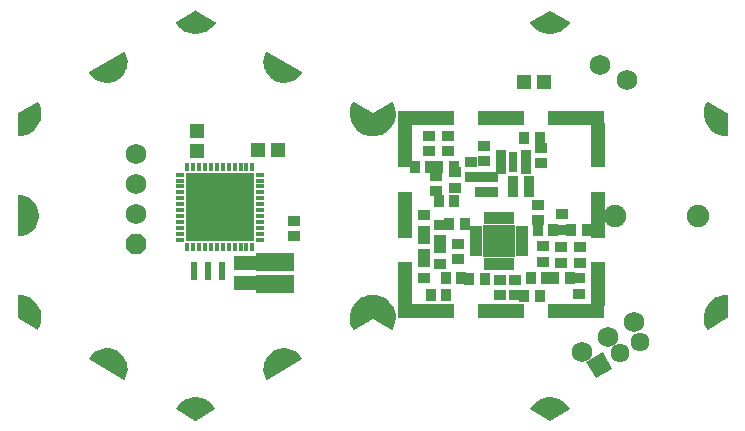
<source format=gbr>
G04 EAGLE Gerber RS-274X export*
G75*
%MOMM*%
%FSLAX34Y34*%
%LPD*%
%INSoldermask Bottom*%
%IPPOS*%
%AMOC8*
5,1,8,0,0,1.08239X$1,22.5*%
G01*
%ADD10R,0.603200X1.603197*%
%ADD11C,1.203200*%
%ADD12R,0.457200X0.753200*%
%ADD13R,0.753200X0.457200*%
%ADD14R,5.803200X5.803200*%
%ADD15P,1.869504X8X22.500000*%
%ADD16R,1.203200X1.303200*%
%ADD17R,1.303200X1.203200*%
%ADD18R,1.703200X1.503200*%
%ADD19C,1.727200*%
%ADD20R,1.103200X0.903200*%
%ADD21R,0.903200X1.103200*%
%ADD22R,0.483200X1.043200*%
%ADD23R,1.043200X0.483200*%
%ADD24R,2.803200X2.803200*%
%ADD25C,1.903200*%
%ADD26R,0.953200X0.483200*%
%ADD27R,0.653200X1.803200*%
%ADD28R,1.611200X1.611200*%
%ADD29C,1.611200*%
%ADD30R,1.193200X3.783200*%
%ADD31R,1.193200X4.013200*%
%ADD32R,4.773200X1.193200*%
%ADD33R,4.013200X1.193200*%

G36*
X-786Y67103D02*
X-786Y67103D01*
X-773Y67102D01*
X2277Y67345D01*
X2310Y67354D01*
X2357Y67358D01*
X5328Y68086D01*
X5359Y68101D01*
X5405Y68112D01*
X5468Y68139D01*
X5469Y68139D01*
X6644Y68638D01*
X7820Y69137D01*
X8221Y69308D01*
X8249Y69327D01*
X8292Y69345D01*
X10880Y70977D01*
X10905Y71001D01*
X10945Y71025D01*
X13237Y73052D01*
X13258Y73079D01*
X13293Y73110D01*
X15231Y75478D01*
X15247Y75508D01*
X15277Y75544D01*
X16810Y78192D01*
X16821Y78224D01*
X16845Y78264D01*
X16898Y78404D01*
X17658Y80401D01*
X17848Y80900D01*
X17933Y81124D01*
X17939Y81157D01*
X17955Y81201D01*
X18571Y84198D01*
X18571Y84232D01*
X18581Y84278D01*
X18708Y87335D01*
X18702Y87369D01*
X18705Y87416D01*
X18339Y90454D01*
X18329Y90486D01*
X18323Y90532D01*
X17476Y93472D01*
X17460Y93502D01*
X17447Y93548D01*
X16139Y96314D01*
X16122Y96336D01*
X16112Y96363D01*
X16063Y96415D01*
X16020Y96473D01*
X15995Y96487D01*
X15975Y96508D01*
X15910Y96537D01*
X15848Y96573D01*
X15820Y96576D01*
X15793Y96588D01*
X15721Y96589D01*
X15651Y96598D01*
X15623Y96590D01*
X15594Y96591D01*
X15500Y96555D01*
X15459Y96544D01*
X15451Y96537D01*
X15438Y96533D01*
X-813Y87176D01*
X-17063Y96533D01*
X-17091Y96542D01*
X-17114Y96558D01*
X-17184Y96573D01*
X-17252Y96596D01*
X-17281Y96593D01*
X-17309Y96599D01*
X-17379Y96586D01*
X-17450Y96580D01*
X-17476Y96567D01*
X-17504Y96561D01*
X-17563Y96521D01*
X-17627Y96488D01*
X-17645Y96466D01*
X-17669Y96450D01*
X-17726Y96367D01*
X-17753Y96335D01*
X-17756Y96324D01*
X-17764Y96314D01*
X-19072Y93548D01*
X-19080Y93515D01*
X-19101Y93472D01*
X-19948Y90532D01*
X-19951Y90498D01*
X-19964Y90454D01*
X-20330Y87416D01*
X-20327Y87382D01*
X-20333Y87335D01*
X-20206Y84278D01*
X-20198Y84245D01*
X-20196Y84198D01*
X-19580Y81201D01*
X-19567Y81170D01*
X-19558Y81124D01*
X-18470Y78264D01*
X-18451Y78236D01*
X-18435Y78192D01*
X-16902Y75544D01*
X-16879Y75518D01*
X-16856Y75478D01*
X-14918Y73110D01*
X-14892Y73088D01*
X-14862Y73052D01*
X-12570Y71025D01*
X-12540Y71009D01*
X-12505Y70977D01*
X-9917Y69345D01*
X-9886Y69333D01*
X-9846Y69308D01*
X-7030Y68112D01*
X-6996Y68105D01*
X-6953Y68086D01*
X-3982Y67358D01*
X-3948Y67356D01*
X-3902Y67345D01*
X-852Y67102D01*
X-824Y67106D01*
X-796Y67101D01*
X-786Y67103D01*
G37*
G36*
X15754Y-96586D02*
X15754Y-96586D01*
X15825Y-96580D01*
X15851Y-96567D01*
X15879Y-96561D01*
X15938Y-96521D01*
X16002Y-96488D01*
X16020Y-96466D01*
X16044Y-96450D01*
X16101Y-96367D01*
X16128Y-96335D01*
X16131Y-96324D01*
X16139Y-96314D01*
X17447Y-93548D01*
X17455Y-93515D01*
X17476Y-93472D01*
X18323Y-90532D01*
X18326Y-90498D01*
X18339Y-90454D01*
X18705Y-87416D01*
X18702Y-87382D01*
X18708Y-87335D01*
X18581Y-84278D01*
X18573Y-84245D01*
X18571Y-84198D01*
X17955Y-81201D01*
X17942Y-81170D01*
X17933Y-81124D01*
X16845Y-78264D01*
X16826Y-78236D01*
X16810Y-78192D01*
X15277Y-75544D01*
X15254Y-75518D01*
X15231Y-75478D01*
X13293Y-73110D01*
X13267Y-73088D01*
X13237Y-73052D01*
X10945Y-71025D01*
X10915Y-71009D01*
X10880Y-70977D01*
X8292Y-69345D01*
X8261Y-69333D01*
X8221Y-69308D01*
X5405Y-68112D01*
X5371Y-68105D01*
X5328Y-68086D01*
X2357Y-67358D01*
X2323Y-67356D01*
X2277Y-67345D01*
X-773Y-67102D01*
X-801Y-67106D01*
X-829Y-67101D01*
X-839Y-67103D01*
X-852Y-67102D01*
X-3902Y-67345D01*
X-3935Y-67354D01*
X-3982Y-67358D01*
X-6953Y-68086D01*
X-6984Y-68101D01*
X-7030Y-68112D01*
X-7194Y-68182D01*
X-8370Y-68681D01*
X-9546Y-69180D01*
X-9846Y-69308D01*
X-9874Y-69327D01*
X-9917Y-69345D01*
X-12505Y-70977D01*
X-12530Y-71001D01*
X-12570Y-71025D01*
X-14862Y-73052D01*
X-14883Y-73079D01*
X-14918Y-73110D01*
X-16856Y-75478D01*
X-16872Y-75508D01*
X-16902Y-75544D01*
X-18435Y-78192D01*
X-18446Y-78224D01*
X-18470Y-78264D01*
X-19558Y-81124D01*
X-19564Y-81157D01*
X-19580Y-81201D01*
X-20196Y-84198D01*
X-20196Y-84232D01*
X-20206Y-84278D01*
X-20333Y-87335D01*
X-20327Y-87369D01*
X-20330Y-87416D01*
X-19964Y-90454D01*
X-19954Y-90486D01*
X-19948Y-90532D01*
X-19101Y-93472D01*
X-19085Y-93502D01*
X-19072Y-93548D01*
X-17764Y-96314D01*
X-17747Y-96336D01*
X-17737Y-96363D01*
X-17688Y-96415D01*
X-17645Y-96473D01*
X-17620Y-96487D01*
X-17600Y-96508D01*
X-17535Y-96537D01*
X-17473Y-96573D01*
X-17445Y-96576D01*
X-17418Y-96588D01*
X-17346Y-96589D01*
X-17276Y-96598D01*
X-17248Y-96590D01*
X-17219Y-96591D01*
X-17125Y-96555D01*
X-17084Y-96544D01*
X-17076Y-96537D01*
X-17063Y-96533D01*
X-813Y-87176D01*
X15438Y-96533D01*
X15466Y-96542D01*
X15489Y-96558D01*
X15559Y-96573D01*
X15627Y-96596D01*
X15656Y-96593D01*
X15684Y-96599D01*
X15754Y-96586D01*
G37*
G36*
X-300785Y-17496D02*
X-300785Y-17496D01*
X-300771Y-17498D01*
X-297973Y-17266D01*
X-297940Y-17256D01*
X-297892Y-17252D01*
X-295170Y-16563D01*
X-295139Y-16548D01*
X-295092Y-16536D01*
X-292521Y-15408D01*
X-292493Y-15388D01*
X-292448Y-15369D01*
X-290098Y-13833D01*
X-290073Y-13809D01*
X-290033Y-13783D01*
X-287967Y-11881D01*
X-287955Y-11864D01*
X-287942Y-11855D01*
X-287932Y-11839D01*
X-287911Y-11820D01*
X-286187Y-9605D01*
X-286171Y-9574D01*
X-286142Y-9536D01*
X-284805Y-7066D01*
X-284795Y-7033D01*
X-284772Y-6991D01*
X-283861Y-4335D01*
X-283856Y-4301D01*
X-283840Y-4255D01*
X-283378Y-1486D01*
X-283379Y-1451D01*
X-283371Y-1404D01*
X-283371Y1404D01*
X-283378Y1438D01*
X-283378Y1486D01*
X-283840Y4255D01*
X-283853Y4288D01*
X-283861Y4335D01*
X-284772Y6991D01*
X-284790Y7021D01*
X-284805Y7066D01*
X-286142Y9536D01*
X-286164Y9562D01*
X-286187Y9605D01*
X-287911Y11820D01*
X-287938Y11843D01*
X-287967Y11881D01*
X-290033Y13783D01*
X-290062Y13801D01*
X-290098Y13833D01*
X-292448Y15369D01*
X-292481Y15382D01*
X-292521Y15408D01*
X-295092Y16536D01*
X-295126Y16543D01*
X-295170Y16563D01*
X-297892Y17252D01*
X-297927Y17254D01*
X-297973Y17266D01*
X-300771Y17498D01*
X-300800Y17494D01*
X-300829Y17499D01*
X-300898Y17483D01*
X-300969Y17474D01*
X-300994Y17460D01*
X-301022Y17453D01*
X-301080Y17411D01*
X-301141Y17376D01*
X-301159Y17352D01*
X-301183Y17335D01*
X-301219Y17274D01*
X-301262Y17217D01*
X-301269Y17189D01*
X-301284Y17164D01*
X-301301Y17066D01*
X-301311Y17025D01*
X-301309Y17014D01*
X-301312Y17000D01*
X-301312Y-17000D01*
X-301306Y-17029D01*
X-301308Y-17058D01*
X-301286Y-17125D01*
X-301272Y-17195D01*
X-301256Y-17219D01*
X-301247Y-17247D01*
X-301200Y-17300D01*
X-301160Y-17359D01*
X-301135Y-17375D01*
X-301116Y-17397D01*
X-301052Y-17428D01*
X-300992Y-17466D01*
X-300963Y-17471D01*
X-300937Y-17483D01*
X-300838Y-17492D01*
X-300796Y-17499D01*
X-300785Y-17496D01*
G37*
G36*
X-211046Y-138886D02*
X-211046Y-138886D01*
X-210976Y-138880D01*
X-210950Y-138867D01*
X-210921Y-138861D01*
X-210862Y-138821D01*
X-210799Y-138789D01*
X-210780Y-138766D01*
X-210756Y-138750D01*
X-210699Y-138668D01*
X-210672Y-138635D01*
X-210669Y-138625D01*
X-210661Y-138613D01*
X-209463Y-136078D01*
X-209454Y-136044D01*
X-209434Y-136001D01*
X-208669Y-133303D01*
X-208666Y-133268D01*
X-208653Y-133222D01*
X-208343Y-130434D01*
X-208345Y-130406D01*
X-208343Y-130395D01*
X-208345Y-130391D01*
X-208340Y-130352D01*
X-208493Y-127552D01*
X-208502Y-127518D01*
X-208504Y-127470D01*
X-209116Y-124733D01*
X-209130Y-124701D01*
X-209140Y-124654D01*
X-210194Y-122055D01*
X-210213Y-122026D01*
X-210231Y-121982D01*
X-211698Y-119591D01*
X-211722Y-119566D01*
X-211747Y-119525D01*
X-213587Y-117409D01*
X-213615Y-117388D01*
X-213646Y-117351D01*
X-215810Y-115567D01*
X-215841Y-115551D01*
X-215878Y-115520D01*
X-218306Y-114116D01*
X-218338Y-114105D01*
X-218380Y-114081D01*
X-221006Y-113096D01*
X-221040Y-113090D01*
X-221085Y-113073D01*
X-223837Y-112534D01*
X-223872Y-112534D01*
X-223919Y-112525D01*
X-226723Y-112446D01*
X-226757Y-112452D01*
X-226805Y-112450D01*
X-229583Y-112833D01*
X-229616Y-112845D01*
X-229664Y-112851D01*
X-232341Y-113687D01*
X-232371Y-113704D01*
X-232417Y-113718D01*
X-234920Y-114982D01*
X-234948Y-115004D01*
X-234991Y-115026D01*
X-237251Y-116685D01*
X-237275Y-116711D01*
X-237314Y-116739D01*
X-239271Y-118748D01*
X-239289Y-118777D01*
X-239323Y-118812D01*
X-240923Y-121115D01*
X-240934Y-121142D01*
X-240953Y-121165D01*
X-240973Y-121233D01*
X-241001Y-121298D01*
X-241001Y-121327D01*
X-241010Y-121355D01*
X-241002Y-121426D01*
X-241002Y-121497D01*
X-240991Y-121524D01*
X-240988Y-121553D01*
X-240953Y-121615D01*
X-240926Y-121680D01*
X-240905Y-121701D01*
X-240891Y-121726D01*
X-240814Y-121789D01*
X-240784Y-121819D01*
X-240773Y-121823D01*
X-240762Y-121832D01*
X-211362Y-138832D01*
X-211335Y-138841D01*
X-211311Y-138858D01*
X-211241Y-138873D01*
X-211174Y-138895D01*
X-211145Y-138893D01*
X-211116Y-138899D01*
X-211046Y-138886D01*
G37*
G36*
X-223919Y112525D02*
X-223919Y112525D01*
X-223885Y112533D01*
X-223837Y112534D01*
X-221085Y113073D01*
X-221053Y113087D01*
X-221006Y113096D01*
X-218380Y114081D01*
X-218351Y114099D01*
X-218306Y114116D01*
X-215878Y115520D01*
X-215852Y115543D01*
X-215810Y115567D01*
X-213646Y117351D01*
X-213625Y117378D01*
X-213587Y117409D01*
X-211747Y119525D01*
X-211730Y119555D01*
X-211698Y119591D01*
X-210231Y121982D01*
X-210219Y122014D01*
X-210194Y122055D01*
X-209140Y124654D01*
X-209134Y124688D01*
X-209116Y124733D01*
X-208504Y127470D01*
X-208503Y127505D01*
X-208493Y127552D01*
X-208340Y130352D01*
X-208345Y130386D01*
X-208343Y130434D01*
X-208653Y133222D01*
X-208663Y133255D01*
X-208669Y133303D01*
X-209434Y136001D01*
X-209450Y136031D01*
X-209463Y136078D01*
X-210661Y138613D01*
X-210679Y138637D01*
X-210689Y138664D01*
X-210738Y138716D01*
X-210780Y138773D01*
X-210805Y138787D01*
X-210825Y138809D01*
X-210891Y138837D01*
X-210952Y138873D01*
X-210981Y138876D01*
X-211008Y138888D01*
X-211079Y138889D01*
X-211149Y138898D01*
X-211177Y138890D01*
X-211207Y138890D01*
X-211299Y138856D01*
X-211341Y138844D01*
X-211350Y138837D01*
X-211362Y138832D01*
X-240762Y121832D01*
X-240784Y121813D01*
X-240811Y121800D01*
X-240858Y121747D01*
X-240911Y121700D01*
X-240924Y121674D01*
X-240943Y121652D01*
X-240966Y121585D01*
X-240997Y121521D01*
X-240998Y121492D01*
X-241008Y121464D01*
X-241003Y121393D01*
X-241006Y121322D01*
X-240995Y121295D01*
X-240993Y121266D01*
X-240951Y121176D01*
X-240936Y121136D01*
X-240929Y121128D01*
X-240923Y121115D01*
X-239323Y118812D01*
X-239298Y118788D01*
X-239271Y118748D01*
X-237314Y116739D01*
X-237285Y116720D01*
X-237251Y116685D01*
X-234991Y115026D01*
X-234959Y115011D01*
X-234920Y114982D01*
X-232417Y113718D01*
X-232384Y113709D01*
X-232341Y113687D01*
X-229664Y112851D01*
X-229629Y112848D01*
X-229583Y112833D01*
X-226805Y112450D01*
X-226770Y112452D01*
X-226723Y112446D01*
X-223919Y112525D01*
G37*
G36*
X-90448Y-138890D02*
X-90448Y-138890D01*
X-90418Y-138890D01*
X-90326Y-138856D01*
X-90284Y-138844D01*
X-90276Y-138837D01*
X-90263Y-138832D01*
X-60863Y-121832D01*
X-60841Y-121813D01*
X-60814Y-121800D01*
X-60767Y-121747D01*
X-60714Y-121700D01*
X-60701Y-121674D01*
X-60682Y-121652D01*
X-60659Y-121585D01*
X-60628Y-121521D01*
X-60627Y-121492D01*
X-60617Y-121464D01*
X-60622Y-121393D01*
X-60619Y-121322D01*
X-60630Y-121295D01*
X-60632Y-121266D01*
X-60674Y-121176D01*
X-60689Y-121136D01*
X-60697Y-121128D01*
X-60702Y-121115D01*
X-62302Y-118812D01*
X-62327Y-118788D01*
X-62354Y-118748D01*
X-64311Y-116739D01*
X-64340Y-116720D01*
X-64374Y-116685D01*
X-66634Y-115026D01*
X-66666Y-115011D01*
X-66705Y-114982D01*
X-69208Y-113718D01*
X-69241Y-113709D01*
X-69284Y-113687D01*
X-71961Y-112851D01*
X-71996Y-112848D01*
X-72042Y-112833D01*
X-74820Y-112450D01*
X-74855Y-112452D01*
X-74902Y-112446D01*
X-77706Y-112525D01*
X-77740Y-112533D01*
X-77788Y-112534D01*
X-80540Y-113073D01*
X-80572Y-113087D01*
X-80619Y-113096D01*
X-83245Y-114081D01*
X-83274Y-114099D01*
X-83319Y-114116D01*
X-85747Y-115520D01*
X-85773Y-115543D01*
X-85815Y-115567D01*
X-87979Y-117351D01*
X-88000Y-117378D01*
X-88038Y-117409D01*
X-89878Y-119525D01*
X-89895Y-119555D01*
X-89927Y-119591D01*
X-91394Y-121982D01*
X-91406Y-122014D01*
X-91431Y-122055D01*
X-92485Y-124654D01*
X-92491Y-124688D01*
X-92509Y-124733D01*
X-93121Y-127470D01*
X-93122Y-127505D01*
X-93132Y-127552D01*
X-93285Y-130352D01*
X-93280Y-130386D01*
X-93283Y-130434D01*
X-92972Y-133222D01*
X-92962Y-133255D01*
X-92956Y-133303D01*
X-92191Y-136001D01*
X-92176Y-136031D01*
X-92162Y-136078D01*
X-90964Y-138613D01*
X-90946Y-138637D01*
X-90936Y-138664D01*
X-90887Y-138716D01*
X-90845Y-138773D01*
X-90820Y-138787D01*
X-90800Y-138809D01*
X-90734Y-138837D01*
X-90673Y-138873D01*
X-90644Y-138876D01*
X-90617Y-138888D01*
X-90546Y-138889D01*
X-90476Y-138898D01*
X-90448Y-138890D01*
G37*
G36*
X-74868Y112452D02*
X-74868Y112452D01*
X-74820Y112450D01*
X-72042Y112833D01*
X-72009Y112845D01*
X-71961Y112851D01*
X-69284Y113687D01*
X-69254Y113704D01*
X-69208Y113718D01*
X-66705Y114982D01*
X-66677Y115004D01*
X-66634Y115026D01*
X-64374Y116685D01*
X-64350Y116711D01*
X-64311Y116739D01*
X-62354Y118748D01*
X-62336Y118777D01*
X-62302Y118812D01*
X-60702Y121115D01*
X-60691Y121142D01*
X-60672Y121165D01*
X-60652Y121233D01*
X-60624Y121298D01*
X-60624Y121327D01*
X-60615Y121355D01*
X-60623Y121426D01*
X-60623Y121497D01*
X-60634Y121524D01*
X-60637Y121553D01*
X-60672Y121615D01*
X-60699Y121680D01*
X-60720Y121701D01*
X-60734Y121726D01*
X-60811Y121789D01*
X-60841Y121819D01*
X-60852Y121823D01*
X-60863Y121832D01*
X-90263Y138832D01*
X-90290Y138841D01*
X-90314Y138858D01*
X-90384Y138873D01*
X-90451Y138895D01*
X-90480Y138893D01*
X-90509Y138899D01*
X-90579Y138886D01*
X-90649Y138880D01*
X-90675Y138867D01*
X-90704Y138861D01*
X-90763Y138821D01*
X-90826Y138789D01*
X-90845Y138766D01*
X-90869Y138750D01*
X-90926Y138668D01*
X-90953Y138635D01*
X-90956Y138625D01*
X-90964Y138613D01*
X-92162Y136078D01*
X-92171Y136044D01*
X-92191Y136001D01*
X-92956Y133303D01*
X-92959Y133268D01*
X-92972Y133222D01*
X-93283Y130434D01*
X-93280Y130407D01*
X-93281Y130402D01*
X-93280Y130397D01*
X-93285Y130352D01*
X-93132Y127552D01*
X-93123Y127518D01*
X-93121Y127470D01*
X-92509Y124733D01*
X-92495Y124701D01*
X-92485Y124654D01*
X-91431Y122055D01*
X-91412Y122026D01*
X-91394Y121982D01*
X-89927Y119591D01*
X-89903Y119566D01*
X-89878Y119525D01*
X-88038Y117409D01*
X-88010Y117388D01*
X-87979Y117351D01*
X-85815Y115567D01*
X-85784Y115551D01*
X-85747Y115520D01*
X-83319Y114116D01*
X-83287Y114105D01*
X-83245Y114081D01*
X-80619Y113096D01*
X-80585Y113090D01*
X-80540Y113073D01*
X-77788Y112534D01*
X-77753Y112534D01*
X-77706Y112525D01*
X-74902Y112446D01*
X-74868Y112452D01*
G37*
G36*
X-300804Y67064D02*
X-300804Y67064D01*
X-300791Y67063D01*
X-297734Y67310D01*
X-297702Y67319D01*
X-297655Y67323D01*
X-294678Y68056D01*
X-294647Y68071D01*
X-294602Y68082D01*
X-291781Y69284D01*
X-291753Y69303D01*
X-291710Y69321D01*
X-289118Y70960D01*
X-289094Y70983D01*
X-289054Y71008D01*
X-286759Y73041D01*
X-286739Y73068D01*
X-286703Y73099D01*
X-284764Y75474D01*
X-284748Y75504D01*
X-284719Y75540D01*
X-283185Y78196D01*
X-283175Y78228D01*
X-283151Y78268D01*
X-282064Y81135D01*
X-282058Y81169D01*
X-282041Y81213D01*
X-281428Y84217D01*
X-281428Y84251D01*
X-281418Y84297D01*
X-281295Y87360D01*
X-281300Y87394D01*
X-281298Y87440D01*
X-281668Y90484D01*
X-281678Y90517D01*
X-281684Y90563D01*
X-282537Y93508D01*
X-282553Y93538D01*
X-282565Y93583D01*
X-283880Y96353D01*
X-283897Y96377D01*
X-283907Y96404D01*
X-283956Y96456D01*
X-283999Y96513D01*
X-284024Y96527D01*
X-284044Y96548D01*
X-284109Y96577D01*
X-284171Y96612D01*
X-284200Y96616D01*
X-284226Y96628D01*
X-284298Y96628D01*
X-284368Y96637D01*
X-284396Y96629D01*
X-284425Y96630D01*
X-284519Y96595D01*
X-284560Y96583D01*
X-284568Y96576D01*
X-284581Y96571D01*
X-301058Y87032D01*
X-301116Y86981D01*
X-301178Y86936D01*
X-301190Y86916D01*
X-301207Y86900D01*
X-301240Y86831D01*
X-301279Y86765D01*
X-301284Y86739D01*
X-301293Y86721D01*
X-301295Y86676D01*
X-301307Y86601D01*
X-301330Y67561D01*
X-301324Y67533D01*
X-301327Y67504D01*
X-301305Y67436D01*
X-301291Y67366D01*
X-301274Y67342D01*
X-301265Y67315D01*
X-301219Y67261D01*
X-301178Y67202D01*
X-301154Y67187D01*
X-301135Y67165D01*
X-301071Y67133D01*
X-301011Y67095D01*
X-300982Y67090D01*
X-300956Y67077D01*
X-300857Y67069D01*
X-300815Y67062D01*
X-300804Y67064D01*
G37*
G36*
X-284265Y-96625D02*
X-284265Y-96625D01*
X-284194Y-96620D01*
X-284169Y-96606D01*
X-284140Y-96601D01*
X-284081Y-96561D01*
X-284018Y-96528D01*
X-283999Y-96506D01*
X-283975Y-96490D01*
X-283918Y-96408D01*
X-283891Y-96375D01*
X-283888Y-96365D01*
X-283880Y-96353D01*
X-282565Y-93583D01*
X-282557Y-93550D01*
X-282537Y-93508D01*
X-281684Y-90563D01*
X-281681Y-90529D01*
X-281668Y-90484D01*
X-281298Y-87440D01*
X-281301Y-87407D01*
X-281295Y-87360D01*
X-281418Y-84297D01*
X-281426Y-84264D01*
X-281428Y-84217D01*
X-282041Y-81213D01*
X-282055Y-81181D01*
X-282064Y-81135D01*
X-283151Y-78268D01*
X-283169Y-78240D01*
X-283185Y-78196D01*
X-284719Y-75540D01*
X-284741Y-75515D01*
X-284764Y-75474D01*
X-286703Y-73099D01*
X-286730Y-73078D01*
X-286759Y-73041D01*
X-289054Y-71008D01*
X-289083Y-70991D01*
X-289118Y-70960D01*
X-291710Y-69321D01*
X-291742Y-69309D01*
X-291781Y-69284D01*
X-294602Y-68082D01*
X-294635Y-68075D01*
X-294678Y-68056D01*
X-297655Y-67323D01*
X-297689Y-67321D01*
X-297734Y-67310D01*
X-300791Y-67063D01*
X-300819Y-67066D01*
X-300848Y-67062D01*
X-300917Y-67078D01*
X-300988Y-67087D01*
X-301013Y-67101D01*
X-301041Y-67108D01*
X-301099Y-67150D01*
X-301161Y-67186D01*
X-301178Y-67209D01*
X-301201Y-67226D01*
X-301238Y-67287D01*
X-301281Y-67344D01*
X-301288Y-67372D01*
X-301303Y-67397D01*
X-301319Y-67496D01*
X-301330Y-67537D01*
X-301328Y-67548D01*
X-301330Y-67561D01*
X-301307Y-86601D01*
X-301292Y-86676D01*
X-301284Y-86752D01*
X-301272Y-86773D01*
X-301268Y-86795D01*
X-301224Y-86859D01*
X-301186Y-86926D01*
X-301166Y-86942D01*
X-301155Y-86959D01*
X-301117Y-86983D01*
X-301058Y-87032D01*
X-284581Y-96571D01*
X-284554Y-96581D01*
X-284530Y-96597D01*
X-284460Y-96612D01*
X-284393Y-96635D01*
X-284364Y-96633D01*
X-284335Y-96639D01*
X-284265Y-96625D01*
G37*
G36*
X149204Y-173690D02*
X149204Y-173690D01*
X149281Y-173691D01*
X149305Y-173681D01*
X149325Y-173680D01*
X149365Y-173659D01*
X149437Y-173633D01*
X165937Y-164133D01*
X165958Y-164114D01*
X165985Y-164101D01*
X166019Y-164063D01*
X166022Y-164061D01*
X166024Y-164057D01*
X166032Y-164048D01*
X166086Y-164001D01*
X166098Y-163975D01*
X166118Y-163954D01*
X166141Y-163886D01*
X166172Y-163822D01*
X166173Y-163793D01*
X166182Y-163766D01*
X166178Y-163694D01*
X166181Y-163623D01*
X166171Y-163596D01*
X166169Y-163567D01*
X166126Y-163477D01*
X166112Y-163437D01*
X166104Y-163429D01*
X166098Y-163416D01*
X164357Y-160893D01*
X164332Y-160869D01*
X164306Y-160831D01*
X162182Y-158619D01*
X162154Y-158600D01*
X162122Y-158566D01*
X159670Y-156724D01*
X159640Y-156710D01*
X159602Y-156681D01*
X156887Y-155256D01*
X156855Y-155247D01*
X156814Y-155225D01*
X153905Y-154254D01*
X153879Y-154251D01*
X153870Y-154249D01*
X153827Y-154235D01*
X150801Y-153743D01*
X150767Y-153744D01*
X150721Y-153736D01*
X147654Y-153736D01*
X147621Y-153743D01*
X147574Y-153743D01*
X144548Y-154235D01*
X144516Y-154247D01*
X144470Y-154254D01*
X141561Y-155225D01*
X141532Y-155242D01*
X141488Y-155256D01*
X138773Y-156681D01*
X138746Y-156703D01*
X138705Y-156724D01*
X136253Y-158566D01*
X136231Y-158591D01*
X136193Y-158619D01*
X134069Y-160831D01*
X134051Y-160859D01*
X134018Y-160893D01*
X132277Y-163416D01*
X132265Y-163443D01*
X132247Y-163465D01*
X132227Y-163534D01*
X132199Y-163599D01*
X132198Y-163628D01*
X132190Y-163656D01*
X132198Y-163727D01*
X132198Y-163798D01*
X132209Y-163825D01*
X132212Y-163854D01*
X132248Y-163916D01*
X132275Y-163981D01*
X132296Y-164002D01*
X132310Y-164027D01*
X132373Y-164079D01*
X132377Y-164084D01*
X132387Y-164090D01*
X132418Y-164120D01*
X132428Y-164124D01*
X132438Y-164133D01*
X148938Y-173633D01*
X149011Y-173657D01*
X149082Y-173688D01*
X149105Y-173688D01*
X149127Y-173696D01*
X149204Y-173690D01*
G37*
G36*
X-150796Y-173690D02*
X-150796Y-173690D01*
X-150719Y-173691D01*
X-150695Y-173681D01*
X-150675Y-173680D01*
X-150635Y-173659D01*
X-150563Y-173633D01*
X-134063Y-164133D01*
X-134042Y-164114D01*
X-134015Y-164101D01*
X-133981Y-164063D01*
X-133978Y-164061D01*
X-133976Y-164057D01*
X-133968Y-164048D01*
X-133914Y-164001D01*
X-133902Y-163975D01*
X-133882Y-163954D01*
X-133859Y-163886D01*
X-133828Y-163822D01*
X-133827Y-163793D01*
X-133818Y-163766D01*
X-133822Y-163694D01*
X-133819Y-163623D01*
X-133829Y-163596D01*
X-133831Y-163567D01*
X-133874Y-163477D01*
X-133888Y-163437D01*
X-133896Y-163429D01*
X-133902Y-163416D01*
X-135643Y-160893D01*
X-135668Y-160869D01*
X-135694Y-160831D01*
X-137818Y-158619D01*
X-137846Y-158600D01*
X-137878Y-158566D01*
X-140330Y-156724D01*
X-140360Y-156710D01*
X-140398Y-156681D01*
X-143113Y-155256D01*
X-143145Y-155247D01*
X-143186Y-155225D01*
X-146095Y-154254D01*
X-146121Y-154251D01*
X-146131Y-154249D01*
X-146173Y-154235D01*
X-149199Y-153743D01*
X-149233Y-153744D01*
X-149279Y-153736D01*
X-152346Y-153736D01*
X-152379Y-153743D01*
X-152426Y-153743D01*
X-155452Y-154235D01*
X-155484Y-154247D01*
X-155530Y-154254D01*
X-158439Y-155225D01*
X-158468Y-155242D01*
X-158512Y-155256D01*
X-161227Y-156681D01*
X-161254Y-156703D01*
X-161295Y-156724D01*
X-163747Y-158566D01*
X-163769Y-158591D01*
X-163807Y-158619D01*
X-165931Y-160831D01*
X-165949Y-160859D01*
X-165982Y-160893D01*
X-167723Y-163416D01*
X-167735Y-163443D01*
X-167753Y-163465D01*
X-167774Y-163534D01*
X-167801Y-163599D01*
X-167802Y-163628D01*
X-167810Y-163656D01*
X-167802Y-163727D01*
X-167802Y-163798D01*
X-167791Y-163825D01*
X-167788Y-163854D01*
X-167753Y-163916D01*
X-167725Y-163981D01*
X-167704Y-164002D01*
X-167690Y-164027D01*
X-167627Y-164079D01*
X-167623Y-164084D01*
X-167613Y-164090D01*
X-167582Y-164120D01*
X-167572Y-164124D01*
X-167562Y-164133D01*
X-151062Y-173633D01*
X-150989Y-173657D01*
X-150918Y-173688D01*
X-150895Y-173688D01*
X-150873Y-173696D01*
X-150796Y-173690D01*
G37*
G36*
X-149246Y153743D02*
X-149246Y153743D01*
X-149199Y153743D01*
X-146173Y154235D01*
X-146141Y154247D01*
X-146095Y154254D01*
X-143186Y155225D01*
X-143157Y155242D01*
X-143113Y155256D01*
X-140398Y156681D01*
X-140371Y156703D01*
X-140330Y156724D01*
X-137878Y158566D01*
X-137856Y158591D01*
X-137818Y158619D01*
X-135694Y160831D01*
X-135676Y160859D01*
X-135643Y160893D01*
X-133902Y163416D01*
X-133890Y163443D01*
X-133872Y163465D01*
X-133852Y163534D01*
X-133824Y163599D01*
X-133823Y163628D01*
X-133815Y163656D01*
X-133823Y163727D01*
X-133823Y163798D01*
X-133834Y163825D01*
X-133837Y163854D01*
X-133873Y163916D01*
X-133900Y163981D01*
X-133921Y164002D01*
X-133935Y164027D01*
X-134012Y164090D01*
X-134043Y164120D01*
X-134053Y164124D01*
X-134063Y164133D01*
X-150563Y173633D01*
X-150636Y173657D01*
X-150707Y173688D01*
X-150730Y173688D01*
X-150752Y173696D01*
X-150829Y173690D01*
X-150906Y173691D01*
X-150930Y173681D01*
X-150950Y173680D01*
X-150990Y173659D01*
X-151062Y173633D01*
X-167562Y164133D01*
X-167583Y164114D01*
X-167610Y164101D01*
X-167657Y164048D01*
X-167711Y164001D01*
X-167723Y163975D01*
X-167743Y163954D01*
X-167766Y163886D01*
X-167797Y163822D01*
X-167798Y163793D01*
X-167807Y163766D01*
X-167803Y163694D01*
X-167806Y163623D01*
X-167796Y163596D01*
X-167794Y163567D01*
X-167751Y163477D01*
X-167737Y163437D01*
X-167729Y163429D01*
X-167723Y163416D01*
X-165982Y160893D01*
X-165957Y160869D01*
X-165931Y160831D01*
X-163807Y158619D01*
X-163779Y158600D01*
X-163747Y158566D01*
X-161295Y156724D01*
X-161265Y156710D01*
X-161227Y156681D01*
X-158512Y155256D01*
X-158480Y155247D01*
X-158439Y155225D01*
X-155530Y154254D01*
X-155496Y154250D01*
X-155452Y154235D01*
X-152426Y153743D01*
X-152392Y153744D01*
X-152346Y153736D01*
X-149279Y153736D01*
X-149246Y153743D01*
G37*
G36*
X150754Y153743D02*
X150754Y153743D01*
X150801Y153743D01*
X153827Y154235D01*
X153859Y154247D01*
X153905Y154254D01*
X156814Y155225D01*
X156843Y155242D01*
X156887Y155256D01*
X159602Y156681D01*
X159629Y156703D01*
X159670Y156724D01*
X162122Y158566D01*
X162144Y158591D01*
X162182Y158619D01*
X164306Y160831D01*
X164324Y160859D01*
X164357Y160893D01*
X166098Y163416D01*
X166110Y163443D01*
X166128Y163465D01*
X166149Y163534D01*
X166176Y163599D01*
X166177Y163628D01*
X166185Y163656D01*
X166177Y163727D01*
X166177Y163798D01*
X166166Y163825D01*
X166163Y163854D01*
X166128Y163916D01*
X166100Y163981D01*
X166079Y164002D01*
X166065Y164027D01*
X165988Y164090D01*
X165957Y164120D01*
X165947Y164124D01*
X165937Y164133D01*
X149437Y173633D01*
X149364Y173657D01*
X149293Y173688D01*
X149270Y173688D01*
X149248Y173696D01*
X149171Y173690D01*
X149094Y173691D01*
X149070Y173681D01*
X149050Y173680D01*
X149010Y173659D01*
X148938Y173633D01*
X132438Y164133D01*
X132417Y164114D01*
X132390Y164101D01*
X132343Y164048D01*
X132289Y164001D01*
X132277Y163975D01*
X132257Y163954D01*
X132234Y163886D01*
X132203Y163822D01*
X132202Y163793D01*
X132193Y163766D01*
X132197Y163694D01*
X132194Y163623D01*
X132204Y163596D01*
X132206Y163567D01*
X132249Y163477D01*
X132263Y163437D01*
X132271Y163429D01*
X132277Y163416D01*
X134018Y160893D01*
X134043Y160869D01*
X134069Y160831D01*
X136193Y158619D01*
X136221Y158600D01*
X136253Y158566D01*
X138705Y156724D01*
X138735Y156710D01*
X138773Y156681D01*
X141488Y155256D01*
X141520Y155247D01*
X141561Y155225D01*
X144470Y154254D01*
X144504Y154250D01*
X144548Y154235D01*
X147574Y153743D01*
X147608Y153744D01*
X147654Y153736D01*
X150721Y153736D01*
X150754Y153743D01*
G37*
G36*
X299274Y67118D02*
X299274Y67118D01*
X299345Y67126D01*
X299370Y67141D01*
X299397Y67147D01*
X299455Y67190D01*
X299518Y67226D01*
X299535Y67248D01*
X299558Y67265D01*
X299594Y67327D01*
X299638Y67384D01*
X299645Y67412D01*
X299659Y67436D01*
X299676Y67536D01*
X299686Y67577D01*
X299685Y67587D01*
X299687Y67600D01*
X299687Y86600D01*
X299671Y86676D01*
X299663Y86754D01*
X299652Y86773D01*
X299647Y86795D01*
X299603Y86859D01*
X299565Y86927D01*
X299546Y86943D01*
X299535Y86959D01*
X299497Y86983D01*
X299437Y87033D01*
X282937Y96533D01*
X282909Y96542D01*
X282886Y96558D01*
X282816Y96573D01*
X282748Y96596D01*
X282720Y96593D01*
X282691Y96599D01*
X282621Y96586D01*
X282550Y96580D01*
X282524Y96567D01*
X282496Y96561D01*
X282437Y96521D01*
X282373Y96488D01*
X282355Y96466D01*
X282331Y96450D01*
X282274Y96367D01*
X282247Y96335D01*
X282244Y96324D01*
X282236Y96314D01*
X280928Y93548D01*
X280920Y93515D01*
X280899Y93472D01*
X280052Y90532D01*
X280049Y90498D01*
X280036Y90454D01*
X279670Y87416D01*
X279673Y87382D01*
X279667Y87335D01*
X279794Y84278D01*
X279802Y84245D01*
X279804Y84198D01*
X280420Y81201D01*
X280433Y81170D01*
X280442Y81124D01*
X281530Y78264D01*
X281549Y78236D01*
X281565Y78192D01*
X283098Y75544D01*
X283121Y75518D01*
X283144Y75478D01*
X285082Y73110D01*
X285108Y73088D01*
X285138Y73052D01*
X287430Y71025D01*
X287460Y71009D01*
X287495Y70977D01*
X290083Y69345D01*
X290115Y69333D01*
X290154Y69308D01*
X292970Y68112D01*
X293004Y68105D01*
X293047Y68086D01*
X296018Y67358D01*
X296052Y67356D01*
X296098Y67345D01*
X299148Y67102D01*
X299176Y67106D01*
X299204Y67101D01*
X299274Y67118D01*
G37*
G36*
X282752Y-96590D02*
X282752Y-96590D01*
X282781Y-96591D01*
X282875Y-96555D01*
X282916Y-96544D01*
X282924Y-96537D01*
X282937Y-96533D01*
X299437Y-87033D01*
X299495Y-86981D01*
X299558Y-86935D01*
X299569Y-86916D01*
X299586Y-86901D01*
X299619Y-86831D01*
X299659Y-86764D01*
X299663Y-86740D01*
X299672Y-86722D01*
X299674Y-86677D01*
X299687Y-86600D01*
X299687Y-67600D01*
X299681Y-67572D01*
X299684Y-67544D01*
X299661Y-67476D01*
X299647Y-67405D01*
X299631Y-67382D01*
X299622Y-67355D01*
X299575Y-67300D01*
X299535Y-67241D01*
X299511Y-67226D01*
X299492Y-67205D01*
X299428Y-67173D01*
X299367Y-67134D01*
X299339Y-67129D01*
X299314Y-67117D01*
X299212Y-67108D01*
X299171Y-67101D01*
X299161Y-67103D01*
X299148Y-67102D01*
X296098Y-67345D01*
X296065Y-67354D01*
X296018Y-67358D01*
X293047Y-68086D01*
X293016Y-68101D01*
X292970Y-68112D01*
X292806Y-68182D01*
X291630Y-68681D01*
X290454Y-69180D01*
X290154Y-69308D01*
X290126Y-69327D01*
X290083Y-69345D01*
X287495Y-70977D01*
X287470Y-71001D01*
X287430Y-71025D01*
X285138Y-73052D01*
X285117Y-73079D01*
X285082Y-73110D01*
X283144Y-75478D01*
X283128Y-75508D01*
X283098Y-75544D01*
X281565Y-78192D01*
X281554Y-78224D01*
X281530Y-78264D01*
X280442Y-81124D01*
X280436Y-81157D01*
X280420Y-81201D01*
X279804Y-84198D01*
X279804Y-84232D01*
X279794Y-84278D01*
X279667Y-87335D01*
X279673Y-87369D01*
X279670Y-87416D01*
X280036Y-90454D01*
X280046Y-90486D01*
X280052Y-90532D01*
X280899Y-93472D01*
X280915Y-93502D01*
X280928Y-93548D01*
X282236Y-96314D01*
X282253Y-96336D01*
X282263Y-96363D01*
X282312Y-96415D01*
X282355Y-96473D01*
X282380Y-96487D01*
X282400Y-96508D01*
X282465Y-96537D01*
X282527Y-96573D01*
X282556Y-96576D01*
X282582Y-96588D01*
X282654Y-96589D01*
X282724Y-96598D01*
X282752Y-96590D01*
G37*
D10*
X-152494Y-46831D03*
X-140494Y-46831D03*
X-128494Y-46831D03*
D11*
X-150813Y165200D03*
X-93Y77520D03*
X-93Y-77520D03*
X-150813Y-165200D03*
X-222313Y123900D03*
X-79313Y123900D03*
X-79313Y-123900D03*
X-222313Y-123900D03*
X149188Y165200D03*
X292288Y82600D03*
X292288Y-82600D03*
X149188Y-165200D03*
X-293880Y82600D03*
X-293880Y-82600D03*
X-293913Y0D03*
D12*
X-102668Y-26656D03*
X-107669Y-26656D03*
X-112671Y-26656D03*
X-117672Y-26656D03*
X-122673Y-26656D03*
X-127674Y-26656D03*
X-132676Y-26656D03*
X-137677Y-26656D03*
X-142678Y-26656D03*
X-147679Y-26656D03*
X-152681Y-26656D03*
X-157682Y-26656D03*
D13*
X-163975Y-20363D03*
X-163975Y-15362D03*
X-163975Y-10360D03*
X-163975Y-5359D03*
X-163975Y-358D03*
X-163975Y4643D03*
X-163975Y9645D03*
X-163975Y14646D03*
X-163975Y19647D03*
X-163975Y24648D03*
X-163975Y29650D03*
X-163975Y34651D03*
D12*
X-157682Y40944D03*
X-152681Y40944D03*
X-147679Y40944D03*
X-142678Y40944D03*
X-137677Y40944D03*
X-132676Y40944D03*
X-127674Y40944D03*
X-122673Y40944D03*
X-117672Y40944D03*
X-112671Y40944D03*
X-107669Y40944D03*
X-102668Y40944D03*
D13*
X-96375Y34651D03*
X-96375Y29650D03*
X-96375Y24648D03*
X-96375Y19647D03*
X-96375Y14646D03*
X-96375Y9645D03*
X-96375Y4643D03*
X-96375Y-358D03*
X-96375Y-5359D03*
X-96375Y-10360D03*
X-96375Y-15362D03*
X-96375Y-20363D03*
D14*
X-130175Y7144D03*
D15*
X-200819Y-23813D03*
D16*
X-81194Y55563D03*
X-98194Y55563D03*
D17*
X-149225Y55000D03*
X-149225Y72000D03*
D16*
X-103188Y-39919D03*
X-103188Y-56919D03*
X-112713Y-39919D03*
X-112713Y-56919D03*
D18*
X-90831Y-38944D03*
X-90831Y-57944D03*
X-75750Y-38944D03*
X-75750Y-57944D03*
D19*
X-201613Y52388D03*
X-201613Y26988D03*
X-201613Y1588D03*
X176809Y-115530D03*
X198806Y-102830D03*
X220803Y-90130D03*
D20*
X138906Y-4119D03*
X138906Y8881D03*
D21*
X151756Y-11906D03*
X138756Y-11906D03*
X167331Y-11906D03*
X180331Y-11906D03*
X145968Y-52949D03*
X132968Y-52949D03*
X166044Y-53181D03*
X153044Y-53181D03*
D20*
X174625Y-26838D03*
X174625Y-39838D03*
X173831Y-53031D03*
X173831Y-66031D03*
X71438Y-36663D03*
X71438Y-23663D03*
D21*
X127644Y-68263D03*
X140644Y-68263D03*
X61269Y-67270D03*
X48269Y-67270D03*
D20*
X119658Y-54619D03*
X119658Y-67619D03*
X106759Y-54619D03*
X106759Y-67619D03*
D21*
X73969Y-53181D03*
X60969Y-53181D03*
X81045Y-53414D03*
X94045Y-53414D03*
D20*
X42863Y-19694D03*
X42863Y-32694D03*
X158750Y-39838D03*
X158750Y-26838D03*
D21*
X77144Y-7144D03*
X64144Y-7144D03*
D20*
X42863Y150D03*
X42863Y-12850D03*
X56356Y-40631D03*
X56356Y-27631D03*
X56356Y-7788D03*
X56356Y-20788D03*
X143669Y-26044D03*
X143669Y-39044D03*
X42863Y-52538D03*
X42863Y-39538D03*
D21*
X131119Y28575D03*
X118119Y28575D03*
D20*
X69056Y23663D03*
X69056Y36663D03*
D21*
X55413Y12700D03*
X68413Y12700D03*
D20*
X53181Y33488D03*
X53181Y20488D03*
D21*
X67619Y41275D03*
X54619Y41275D03*
D20*
X100013Y19694D03*
X100013Y32694D03*
D21*
X47775Y41275D03*
X34775Y41275D03*
D20*
X82550Y32394D03*
X82550Y45394D03*
X93663Y58888D03*
X93663Y45888D03*
X62706Y67619D03*
X62706Y54619D03*
X46831Y54619D03*
X46831Y67619D03*
D16*
X127231Y113506D03*
X144231Y113506D03*
D19*
X214093Y114684D03*
X192052Y127307D03*
D20*
X159544Y-12056D03*
X159544Y944D03*
X91281Y19694D03*
X91281Y32694D03*
X142081Y57300D03*
X142081Y44300D03*
D21*
X140644Y65881D03*
X127644Y65881D03*
D22*
X116363Y-40931D03*
X111363Y-40931D03*
X106363Y-40931D03*
X101363Y-40931D03*
X96363Y-40931D03*
D23*
X86863Y-31431D03*
X86863Y-26431D03*
X86863Y-21431D03*
X86863Y-16431D03*
X86863Y-11431D03*
D22*
X96363Y-1931D03*
X101363Y-1931D03*
X106363Y-1931D03*
X111363Y-1931D03*
X116363Y-1931D03*
D23*
X125863Y-11431D03*
X125863Y-16431D03*
X125863Y-21431D03*
X125863Y-26431D03*
X125863Y-31431D03*
D24*
X106363Y-21431D03*
D25*
X274638Y0D03*
X204638Y0D03*
D26*
X107769Y37744D03*
X107769Y42744D03*
X107769Y47744D03*
X107769Y52744D03*
X128769Y52744D03*
X128769Y47744D03*
X128769Y42744D03*
X128769Y37744D03*
D27*
X118269Y45244D03*
D20*
X-67469Y-4613D03*
X-67469Y-17613D03*
D28*
G36*
X202043Y-129633D02*
X188091Y-137689D01*
X180035Y-123737D01*
X193987Y-115681D01*
X202043Y-129633D01*
G37*
D29*
X208360Y-116685D03*
X225680Y-106685D03*
D21*
X131119Y20638D03*
X118119Y20638D03*
D30*
X189600Y59594D03*
D31*
X189600Y894D03*
D30*
X189600Y-58006D03*
D32*
X171700Y-80856D03*
D33*
X108050Y-80856D03*
D32*
X44200Y-80856D03*
D30*
X26300Y-58006D03*
D31*
X26300Y894D03*
D30*
X26300Y59594D03*
D32*
X44200Y82444D03*
D33*
X108050Y82444D03*
D32*
X171700Y82444D03*
M02*

</source>
